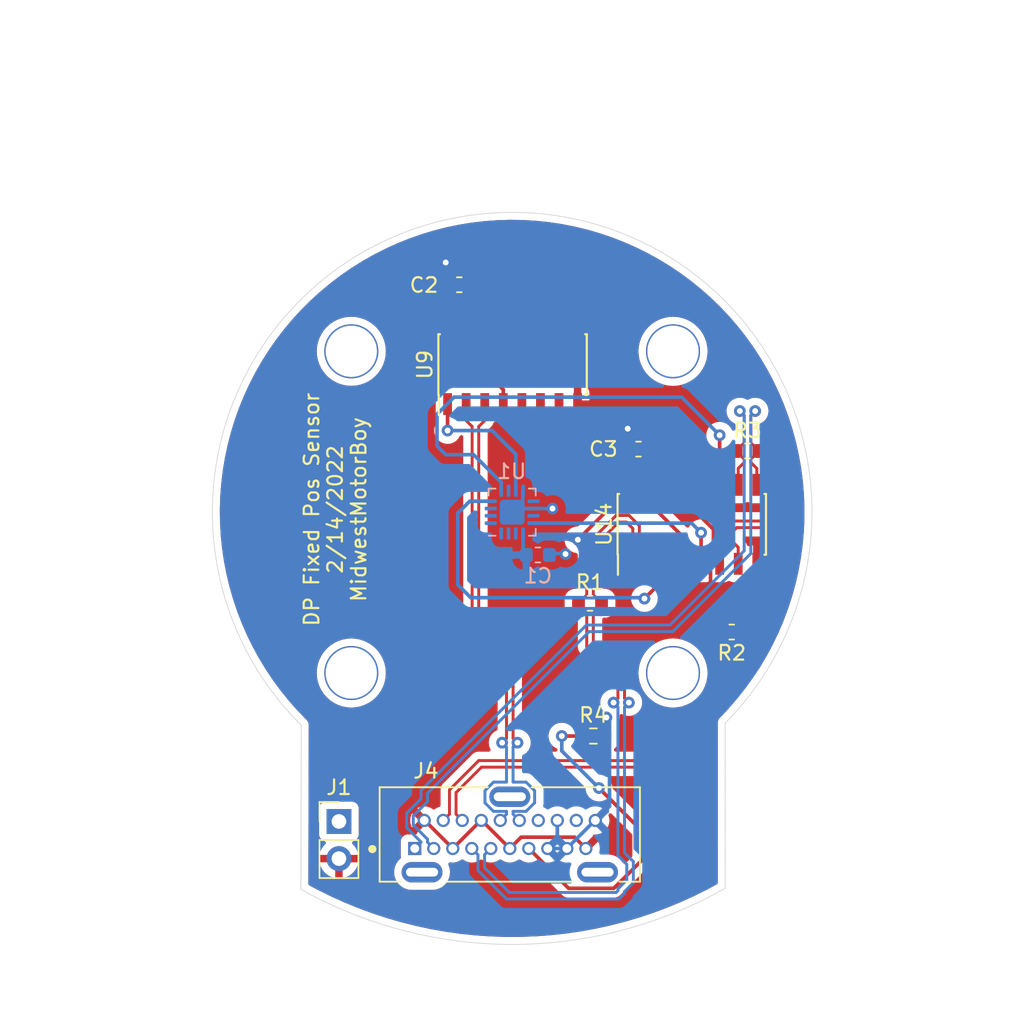
<source format=kicad_pcb>
(kicad_pcb (version 20211014) (generator pcbnew)
  (layers (0 "F.Cu" signal) (31 "B.Cu" signal) (34 "B.Paste" user) (35 "F.Paste" user) (36 "B.SilkS" user "B.Silkscreen") (37 "F.SilkS" user "F.Silkscreen") (38 "B.Mask" user) (39 "F.Mask" user) (44 "Edge.Cuts" user))
  (net 0 "")
  (net 1 "GND")
  (net 2 "+3V3")
  (net 3 "SPI6_SCK_-")
  (net 4 "SPI6_nSS_-")
  (net 5 "SPI6_nSS_+")
  (net 6 "SPI6_MOSI_-")
  (net 7 "SPI6_SCK_+")
  (net 8 "SPI6_MOSI_+")
  (net 9 "SPI6_MISO_-")
  (net 10 "SPI6_MISO_+")
  (net 11 "SPI6_MISO")
  (net 12 "SPI6_SCK")
  (net 13 "SPI6_nSS")
  (net 14 "SPI6_MOSI")
  (net 15 "TEMP_1")
  (footprint "Capacitor_SMD:C_0603_1608Metric" (layer "F.Cu") (at 160.8835 99.949)
    (fp_text reference "C2" (at -2.4125 0.025) (layer "F.SilkS"))
    (fp_text value "1uF")
    (fp_line (start -0.162779 -0.51) (end 0.162779 -0.51) (layer "F.SilkS") (width 0.12))
    (fp_line (start -0.162779 0.51) (end 0.162779 0.51) (layer "F.SilkS") (width 0.12))
    (pad "1" smd roundrect locked (at -0.7875 0) (size 0.875 0.95) (layers "F.Cu" "F.Paste" "F.Mask") (net 2 "+3V3"))
    (pad "2" smd roundrect locked (at 0.7875 0) (size 0.875 0.95) (layers "F.Cu" "F.Paste" "F.Mask") (net 1 "GND"))
  )
  (footprint "Capacitor_SMD:C_0603_1608Metric" (layer "F.Cu") (at 173.139 111.1885)
    (fp_text reference "C3" (at -2.4 0) (layer "F.SilkS"))
    (fp_text value "1uF")
    (fp_line (start -0.162779 0.51) (end 0.162779 0.51) (layer "F.SilkS") (width 0.12))
    (fp_line (start -0.162779 -0.51) (end 0.162779 -0.51) (layer "F.SilkS") (width 0.12))
    (pad "1" smd roundrect locked (at -0.7875 0) (size 0.875 0.95) (layers "F.Cu" "F.Paste" "F.Mask") (net 2 "+3V3"))
    (pad "2" smd roundrect locked (at 0.7875 0) (size 0.875 0.95) (layers "F.Cu" "F.Paste" "F.Mask") (net 1 "GND"))
  )
  (footprint "Resistor_SMD:R_0603_1608Metric" (layer "F.Cu") (at 169.8245 121.7295)
    (fp_text reference "R1" (at 0 -1.43) (layer "F.SilkS"))
    (fp_text value "100Ω")
    (fp_line (start -0.162779 0.51) (end 0.162779 0.51) (layer "F.SilkS") (width 0.12))
    (fp_line (start -0.162779 -0.51) (end 0.162779 -0.51) (layer "F.SilkS") (width 0.12))
    (pad "1" smd roundrect locked (at -0.7875 0) (size 0.875 0.95) (layers "F.Cu" "F.Paste" "F.Mask") (net 8 "SPI6_MOSI_+"))
    (pad "2" smd roundrect locked (at 0.7875 0) (size 0.875 0.95) (layers "F.Cu" "F.Paste" "F.Mask") (net 6 "SPI6_MOSI_-"))
  )
  (footprint "EVCONCEPT:TE_2041441-1" (layer "F.Cu") (at 164.338 137.541)
    (fp_text reference "J4" (at -5.73638 -4.34361) (layer "F.SilkS") (effects (font (size 1.001984 1.001984))))
    (fp_text value "47272-0001")
    (fp_line (start 4.3 3.23) (end -4.3 3.23) (layer "F.SilkS") (width 0.127))
    (fp_line (start 8.9 3.23) (end 7.5 3.23) (layer "F.SilkS") (width 0.127))
    (fp_line (start 8.9 -3.23) (end 8.9 3.23) (layer "F.SilkS") (width 0.127))
    (fp_line (start -8.9 -3.23) (end -1.5 -3.23) (layer "F.SilkS") (width 0.127))
    (fp_line (start -8.9 3.23) (end -7.5 3.23) (layer "F.SilkS") (width 0.127))
    (fp_line (start -8.9 3.23) (end -8.9 -3.23) (layer "F.SilkS") (width 0.127))
    (fp_line (start 8.9 -3.23) (end 1.5 -3.23) (layer "F.SilkS") (width 0.127))
    (fp_circle (center -9.4 1) (end -9.26 1) (layer "F.SilkS") (width 0.28) (fill none))
    (pad "1" thru_hole rect locked (at -6.5 0.96) (size 0.9 0.9) (drill 0.6) (layers *.Cu *.Mask) (net 4 "SPI6_nSS_-"))
    (pad "2" thru_hole circle locked (at -5.85 -0.96) (size 0.9 0.9) (drill 0.6) (layers *.Cu *.Mask) (net 1 "GND"))
    (pad "3" thru_hole circle locked (at -5.2 0.96) (size 0.9 0.9) (drill 0.6) (layers *.Cu *.Mask) (net 5 "SPI6_nSS_+"))
    (pad "4" thru_hole circle locked (at -4.55 -0.96) (size 0.9 0.9) (drill 0.6) (layers *.Cu *.Mask) (net 3 "SPI6_SCK_-"))
    (pad "5" thru_hole circle locked (at -3.9 0.96) (size 0.9 0.9) (drill 0.6) (layers *.Cu *.Mask) (net 1 "GND"))
    (pad "6" thru_hole circle locked (at -3.25 -0.96) (size 0.9 0.9) (drill 0.6) (layers *.Cu *.Mask) (net 7 "SPI6_SCK_+"))
    (pad "7" thru_hole circle locked (at -2.6 0.96) (size 0.9 0.9) (drill 0.6) (layers *.Cu *.Mask) (net 6 "SPI6_MOSI_-"))
    (pad "8" thru_hole circle locked (at -1.95 -0.96) (size 0.9 0.9) (drill 0.6) (layers *.Cu *.Mask) (net 1 "GND"))
    (pad "9" thru_hole circle locked (at -1.3 0.96) (size 0.9 0.9) (drill 0.6) (layers *.Cu *.Mask) (net 8 "SPI6_MOSI_+"))
    (pad "10" thru_hole circle locked (at -0.65 -0.96) (size 0.9 0.9) (drill 0.6) (layers *.Cu *.Mask) (net 9 "SPI6_MISO_-"))
    (pad "11" thru_hole circle locked (at 0 0.96) (size 0.9 0.9) (drill 0.6) (layers *.Cu *.Mask) (net 1 "GND"))
    (pad "12" thru_hole circle locked (at 0.65 -0.96) (size 0.9 0.9) (drill 0.6) (layers *.Cu *.Mask) (net 10 "SPI6_MISO_+"))
    (pad "13" thru_hole circle locked (at 1.3 0.96) (size 0.9 0.9) (drill 0.6) (layers *.Cu *.Mask) (net 15 "TEMP_1"))
    (pad "14" thru_hole circle locked (at 1.95 -0.96) (size 0.9 0.9) (drill 0.6) (layers *.Cu *.Mask))
    (pad "15" thru_hole circle locked (at 2.6 0.96) (size 0.9 0.9) (drill 0.6) (layers *.Cu *.Mask) (net 2 "+3V3"))
    (pad "16" thru_hole circle locked (at 3.25 -0.96) (size 0.9 0.9) (drill 0.6) (layers *.Cu *.Mask) (net 2 "+3V3"))
    (pad "17" thru_hole circle locked (at 3.9 0.96) (size 0.9 0.9) (drill 0.6) (layers *.Cu *.Mask) (net 2 "+3V3"))
    (pad "18" thru_hole circle locked (at 4.55 -0.96) (size 0.9 0.9) (drill 0.6) (layers *.Cu *.Mask))
    (pad "19" thru_hole circle locked (at 5.2 0.96) (size 0.9 0.9) (drill 0.6) (layers *.Cu *.Mask) (net 1 "GND"))
    (pad "20" thru_hole circle locked (at 5.85 -0.96) (size 0.9 0.9) (drill 0.6) (layers *.Cu *.Mask) (net 2 "+3V3"))
    (pad "SH1" thru_hole oval locked (at -6 2.58) (size 2.8 1.4) (drill oval 2.2 0.6) (layers *.Cu *.Mask))
    (pad "SH2" thru_hole oval locked (at 6 2.58) (size 2.8 1.4) (drill oval 2.2 0.6) (layers *.Cu *.Mask))
    (pad "SH3" thru_hole oval locked (at 0 -2.58) (size 2.8 1.4) (drill oval 2.2 0.6) (layers *.Cu *.Mask))
  )
  (footprint "Package_SO:SOIC-16_3.9x9.9mm_P1.27mm" (layer "F.Cu") (at 164.5285 105.41 90)
    (fp_text reference "U9" (at 0 -6 90) (layer "F.SilkS"))
    (fp_text value "SN65LVDS31D")
    (fp_line (start -2.075 5.075) (end 2.075 5.075) (layer "F.SilkS") (width 0.15))
    (fp_line (start 2.075 -5.075) (end 2.075 -4.97) (layer "F.SilkS") (width 0.15))
    (fp_line (start 2.075 5.075) (end 2.075 4.97) (layer "F.SilkS") (width 0.15))
    (fp_line (start -2.075 -5.075) (end -2.075 -5.05) (layer "F.SilkS") (width 0.15))
    (fp_line (start -2.075 -5.05) (end -3.45 -5.05) (layer "F.SilkS") (width 0.15))
    (fp_line (start -2.075 5.075) (end -2.075 4.97) (layer "F.SilkS") (width 0.15))
    (fp_line (start -2.075 -5.075) (end 2.075 -5.075) (layer "F.SilkS") (width 0.15))
    (pad "1" smd rect locked (at -2.7 -4.445 90) (size 1.5 0.6) (layers "F.Cu" "F.Paste" "F.Mask") (net 11 "SPI6_MISO"))
    (pad "2" smd rect locked (at -2.7 -3.175 90) (size 1.5 0.6) (layers "F.Cu" "F.Paste" "F.Mask") (net 9 "SPI6_MISO_-"))
    (pad "3" smd rect locked (at -2.7 -1.905 90) (size 1.5 0.6) (layers "F.Cu" "F.Paste" "F.Mask") (net 10 "SPI6_MISO_+"))
    (pad "4" smd rect locked (at -2.7 -0.635 90) (size 1.5 0.6) (layers "F.Cu" "F.Paste" "F.Mask") (net 2 "+3V3"))
    (pad "5" smd rect locked (at -2.7 0.635 90) (size 1.5 0.6) (layers "F.Cu" "F.Paste" "F.Mask"))
    (pad "6" smd rect locked (at -2.7 1.905 90) (size 1.5 0.6) (layers "F.Cu" "F.Paste" "F.Mask"))
    (pad "7" smd rect locked (at -2.7 3.175 90) (size 1.5 0.6) (layers "F.Cu" "F.Paste" "F.Mask"))
    (pad "8" smd rect locked (at -2.7 4.445 90) (size 1.5 0.6) (layers "F.Cu" "F.Paste" "F.Mask") (net 1 "GND"))
    (pad "9" smd rect locked (at 2.7 4.445 90) (size 1.5 0.6) (layers "F.Cu" "F.Paste" "F.Mask"))
    (pad "10" smd rect locked (at 2.7 3.175 90) (size 1.5 0.6) (layers "F.Cu" "F.Paste" "F.Mask"))
    (pad "11" smd rect locked (at 2.7 1.905 90) (size 1.5 0.6) (layers "F.Cu" "F.Paste" "F.Mask"))
    (pad "12" smd rect locked (at 2.7 0.635 90) (size 1.5 0.6) (layers "F.Cu" "F.Paste" "F.Mask") (net 1 "GND"))
    (pad "13" smd rect locked (at 2.7 -0.635 90) (size 1.5 0.6) (layers "F.Cu" "F.Paste" "F.Mask"))
    (pad "14" smd rect locked (at 2.7 -1.905 90) (size 1.5 0.6) (layers "F.Cu" "F.Paste" "F.Mask"))
    (pad "15" smd rect locked (at 2.7 -3.175 90) (size 1.5 0.6) (layers "F.Cu" "F.Paste" "F.Mask"))
    (pad "16" smd rect locked (at 2.7 -4.445 90) (size 1.5 0.6) (layers "F.Cu" "F.Paste" "F.Mask") (net 2 "+3V3"))
  )
  (footprint "Package_SO:SOIC-16_3.9x9.9mm_P1.27mm" (layer "F.Cu") (at 176.784 116.332 90)
    (fp_text reference "U14" (at 0 -6 90) (layer "F.SilkS"))
    (fp_text value "SN65LVDS33D")
    (fp_line (start -2.075 5.075) (end -2.075 4.97) (layer "F.SilkS") (width 0.15))
    (fp_line (start -2.075 -5.075) (end -2.075 -5.05) (layer "F.SilkS") (width 0.15))
    (fp_line (start 2.075 5.075) (end 2.075 4.97) (layer "F.SilkS") (width 0.15))
    (fp_line (start -2.075 -5.05) (end -3.45 -5.05) (layer "F.SilkS") (width 0.15))
    (fp_line (start -2.075 -5.075) (end 2.075 -5.075) (layer "F.SilkS") (width 0.15))
    (fp_line (start 2.075 -5.075) (end 2.075 -4.97) (layer "F.SilkS") (width 0.15))
    (fp_line (start -2.075 5.075) (end 2.075 5.075) (layer "F.SilkS") (width 0.15))
    (pad "1" smd rect locked (at -2.7 -4.445 90) (size 1.5 0.6) (layers "F.Cu" "F.Paste" "F.Mask") (net 6 "SPI6_MOSI_-"))
    (pad "2" smd rect locked (at -2.7 -3.175 90) (size 1.5 0.6) (layers "F.Cu" "F.Paste" "F.Mask") (net 8 "SPI6_MOSI_+"))
    (pad "3" smd rect locked (at -2.7 -1.905 90) (size 1.5 0.6) (layers "F.Cu" "F.Paste" "F.Mask") (net 14 "SPI6_MOSI"))
    (pad "4" smd rect locked (at -2.7 -0.635 90) (size 1.5 0.6) (layers "F.Cu" "F.Paste" "F.Mask") (net 2 "+3V3"))
    (pad "5" smd rect locked (at -2.7 0.635 90) (size 1.5 0.6) (layers "F.Cu" "F.Paste" "F.Mask") (net 12 "SPI6_SCK"))
    (pad "6" smd rect locked (at -2.7 1.905 90) (size 1.5 0.6) (layers "F.Cu" "F.Paste" "F.Mask") (net 7 "SPI6_SCK_+"))
    (pad "7" smd rect locked (at -2.7 3.175 90) (size 1.5 0.6) (layers "F.Cu" "F.Paste" "F.Mask") (net 3 "SPI6_SCK_-"))
    (pad "8" smd rect locked (at -2.7 4.445 90) (size 1.5 0.6) (layers "F.Cu" "F.Paste" "F.Mask") (net 1 "GND"))
    (pad "9" smd rect locked (at 2.7 4.445 90) (size 1.5 0.6) (layers "F.Cu" "F.Paste" "F.Mask") (net 5 "SPI6_nSS_+"))
    (pad "10" smd rect locked (at 2.7 3.175 90) (size 1.5 0.6) (layers "F.Cu" "F.Paste" "F.Mask") (net 4 "SPI6_nSS_-"))
    (pad "11" smd rect locked (at 2.7 1.905 90) (size 1.5 0.6) (layers "F.Cu" "F.Paste" "F.Mask") (net 13 "SPI6_nSS"))
    (pad "12" smd rect locked (at 2.7 0.635 90) (size 1.5 0.6) (layers "F.Cu" "F.Paste" "F.Mask") (net 1 "GND"))
    (pad "13" smd rect locked (at 2.7 -0.635 90) (size 1.5 0.6) (layers "F.Cu" "F.Paste" "F.Mask"))
    (pad "14" smd rect locked (at 2.7 -1.905 90) (size 1.5 0.6) (layers "F.Cu" "F.Paste" "F.Mask"))
    (pad "15" smd rect locked (at 2.7 -3.175 90) (size 1.5 0.6) (layers "F.Cu" "F.Paste" "F.Mask"))
    (pad "16" smd rect locked (at 2.7 -4.445 90) (size 1.5 0.6) (layers "F.Cu" "F.Paste" "F.Mask") (net 2 "+3V3"))
  )
  (footprint "Resistor_SMD:R_0603_1608Metric" (layer "F.Cu") (at 180.594 111.3155 180)
    (fp_text reference "R3" (at 0 1.397) (layer "F.SilkS"))
    (fp_text value "100Ω")
    (fp_line (start -0.162779 0.51) (end 0.162779 0.51) (layer "F.SilkS") (width 0.12))
    (fp_line (start -0.162779 -0.51) (end 0.162779 -0.51) (layer "F.SilkS") (width 0.12))
    (pad "1" smd roundrect locked (at -0.7875 0 180) (size 0.875 0.95) (layers "F.Cu" "F.Paste" "F.Mask") (net 5 "SPI6_nSS_+"))
    (pad "2" smd roundrect locked (at 0.7875 0 180) (size 0.875 0.95) (layers "F.Cu" "F.Paste" "F.Mask") (net 4 "SPI6_nSS_-"))
  )
  (footprint "Resistor_SMD:R_0603_1608Metric" (layer "F.Cu") (at 179.5145 123.698 180)
    (fp_text reference "R2" (at 0 -1.43) (layer "F.SilkS"))
    (fp_text value "100Ω")
    (fp_line (start -0.162779 0.51) (end 0.162779 0.51) (layer "F.SilkS") (width 0.12))
    (fp_line (start -0.162779 -0.51) (end 0.162779 -0.51) (layer "F.SilkS") (width 0.12))
    (pad "1" smd roundrect locked (at -0.7875 0 180) (size 0.875 0.95) (layers "F.Cu" "F.Paste" "F.Mask") (net 7 "SPI6_SCK_+"))
    (pad "2" smd roundrect locked (at 0.7875 0 180) (size 0.875 0.95) (layers "F.Cu" "F.Paste" "F.Mask") (net 3 "SPI6_SCK_-"))
  )
  (footprint "Connector_PinHeader_2.54mm:PinHeader_1x02_P2.54mm_Vertical" (layer "F.Cu") (at 152.654 136.652)
    (fp_text reference "J1" (at 0 -2.33) (layer "F.SilkS"))
    (fp_text value "Conn_01x02_Male")
    (fp_line (start -1.33 -1.33) (end 0 -1.33) (layer "F.SilkS") (width 0.12))
    (fp_line (start -1.33 3.87) (end 1.33 3.87) (layer "F.SilkS") (width 0.12))
    (fp_line (start -1.33 1.27) (end -1.33 3.87) (layer "F.SilkS") (width 0.12))
    (fp_line (start -1.33 0) (end -1.33 -1.33) (layer "F.SilkS") (width 0.12))
    (fp_line (start 1.33 1.27) (end 1.33 3.87) (layer "F.SilkS") (width 0.12))
    (fp_line (start -1.33 1.27) (end 1.33 1.27) (layer "F.SilkS") (width 0.12))
    (pad "1" thru_hole rect locked (at 0 0) (size 1.7 1.7) (drill 1) (layers *.Cu *.Mask) (net 15 "TEMP_1"))
    (pad "2" thru_hole oval locked (at 0 2.54) (size 1.7 1.7) (drill 1) (layers *.Cu *.Mask) (net 1 "GND"))
  )
  (footprint "Resistor_SMD:R_0603_1608Metric" (layer "F.Cu") (at 170.053 130.81)
    (fp_text reference "R4" (at 0 -1.43) (layer "F.SilkS"))
    (fp_text value "0Ω")
    (fp_line (start -0.237258 -0.5225) (end 0.237258 -0.5225) (layer "F.SilkS") (width 0.12))
    (fp_line (start -0.237258 0.5225) (end 0.237258 0.5225) (layer "F.SilkS") (width 0.12))
    (pad "1" smd roundrect locked (at -0.825 0) (size 0.8 0.95) (layers "F.Cu" "F.Paste" "F.Mask") (net 15 "TEMP_1"))
    (pad "2" smd roundrect locked (at 0.825 0) (size 0.8 0.95) (layers "F.Cu" "F.Paste" "F.Mask") (net 2 "+3V3"))
  )
  (footprint "Capacitor_SMD:C_0603_1608Metric" (layer "B.Cu") (at 166.25834 118.4275)
    (fp_text reference "C1" (at 0 1.43) (layer "B.SilkS") (effects (justify mirror)))
    (fp_text value "1uF")
    (fp_line (start -0.162779 0.51) (end 0.162779 0.51) (layer "B.SilkS") (width 0.12))
    (fp_line (start -0.162779 -0.51) (end 0.162779 -0.51) (layer "B.SilkS") (width 0.12))
    (pad "1" smd roundrect locked (at -0.7875 0) (size 0.875 0.95) (layers "B.Cu" "B.Paste" "B.Mask") (net 2 "+3V3"))
    (pad "2" smd roundrect locked (at 0.7875 0) (size 0.875 0.95) (layers "B.Cu" "B.Paste" "B.Mask") (net 1 "GND"))
  )
  (footprint "Package_DFN_QFN:QFN-16-1EP_3x3mm_P0.5mm_EP1.7x1.7mm" (layer "B.Cu") (at 164.5 115.5)
    (fp_text reference "U1" (at -0.035 -2.7875) (layer "B.SilkS") (effects (justify mirror)))
    (fp_text value "MA730")
    (fp_line (start -1.135 -1.61) (end -1.61 -1.61) (layer "B.SilkS") (width 0.12))
    (fp_line (start 1.61 -1.61) (end 1.61 -1.135) (layer "B.SilkS") (width 0.12))
    (fp_line (start -1.135 1.61) (end -1.61 1.61) (layer "B.SilkS") (width 0.12))
    (fp_line (start -1.61 -1.61) (end -1.61 -1.135) (layer "B.SilkS") (width 0.12))
    (fp_line (start 1.61 1.61) (end 1.61 1.135) (layer "B.SilkS") (width 0.12))
    (fp_line (start 1.135 1.61) (end 1.61 1.61) (layer "B.SilkS") (width 0.12))
    (fp_line (start 1.135 -1.61) (end 1.61 -1.61) (layer "B.SilkS") (width 0.12))
    (pad "1" smd roundrect locked (at -1.4625 0.75) (size 0.825 0.25) (layers "B.Cu" "B.Paste" "B.Mask"))
    (pad "2" smd roundrect locked (at -1.4625 0.25) (size 0.825 0.25) (layers "B.Cu" "B.Paste" "B.Mask"))
    (pad "3" smd roundrect locked (at -1.4625 -0.25) (size 0.825 0.25) (layers "B.Cu" "B.Paste" "B.Mask"))
    (pad "4" smd roundrect locked (at -1.4625 -0.75) (size 0.825 0.25) (layers "B.Cu" "B.Paste" "B.Mask") (net 14 "SPI6_MOSI"))
    (pad "5" smd roundrect locked (at -0.75 -1.4625) (size 0.25 0.825) (layers "B.Cu" "B.Paste" "B.Mask") (net 13 "SPI6_nSS"))
    (pad "6" smd roundrect locked (at -0.25 -1.4625) (size 0.25 0.825) (layers "B.Cu" "B.Paste" "B.Mask"))
    (pad "7" smd roundrect locked (at 0.25 -1.4625) (size 0.25 0.825) (layers "B.Cu" "B.Paste" "B.Mask") (net 11 "SPI6_MISO"))
    (pad "8" smd roundrect locked (at 0.75 -1.4625) (size 0.25 0.825) (layers "B.Cu" "B.Paste" "B.Mask") (net 1 "GND"))
    (pad "9" smd roundrect locked (at 1.4625 -0.75) (size 0.825 0.25) (layers "B.Cu" "B.Paste" "B.Mask"))
    (pad "10" smd roundrect locked (at 1.4625 -0.25) (size 0.825 0.25) (layers "B.Cu" "B.Paste" "B.Mask") (net 1 "GND"))
    (pad "11" smd roundrect locked (at 1.4625 0.25) (size 0.825 0.25) (layers "B.Cu" "B.Paste" "B.Mask"))
    (pad "12" smd roundrect locked (at 1.4625 0.75) (size 0.825 0.25) (layers "B.Cu" "B.Paste" "B.Mask") (net 12 "SPI6_SCK"))
    (pad "13" smd roundrect locked (at 0.75 1.4625) (size 0.25 0.825) (layers "B.Cu" "B.Paste" "B.Mask") (net 2 "+3V3"))
    (pad "14" smd roundrect locked (at 0.25 1.4625) (size 0.25 0.825) (layers "B.Cu" "B.Paste" "B.Mask"))
    (pad "15" smd roundrect locked (at -0.25 1.4625) (size 0.25 0.825) (layers "B.Cu" "B.Paste" "B.Mask"))
    (pad "16" smd roundrect locked (at -0.75 1.4625) (size 0.25 0.825) (layers "B.Cu" "B.Paste" "B.Mask"))
    (pad "17" smd roundrect locked (at 0 0) (size 1.7 1.7) (layers "B.Cu" "B.Mask") (roundrect_rratio 0.147059) (net 1 "GND"))
  )
  (gr_line (start 150.050501 141.287499) (end 150.079001 130.069999) (layer "Edge.Cuts") (width 0.05))
  (gr_line (start 179.068117 141.220674) (end 179.069999 129.920999) (layer "Edge.Cuts") (width 0.05))
  (gr_arc (start 179.068117 141.220674) (mid 164.568073 145.059744) (end 150.050501 141.287499) (layer "Edge.Cuts") (width 0.05))
  (gr_arc (start 150.079001 130.069999) (mid 164.394641 95.000269) (end 179.069999 129.920999) (layer "Edge.Cuts") (width 0.05))
  (gr_text "DP Fixed Pos Sensor\n2/14/2022\nMidwestMotorBoy" (at 152.4 115.316 90) (layer "F.SilkS") (effects (font (size 1 1))))
  (via (at 175.5 104.5) (size 3.7) (drill 3.5) (layers "F.Cu" "B.Cu") (net 0))
  (via (at 153.5 126.5) (size 3.7) (drill 3.5) (layers "F.Cu" "B.Cu") (net 0))
  (via (at 153.5 104.5) (size 3.7) (drill 3.5) (layers "F.Cu" "B.Cu") (net 0))
  (via (at 175.5 126.5) (size 3.7) (drill 3.5) (layers "F.Cu" "B.Cu") (net 0))
  (segment (start 165.113001 137.725999) (end 168.762999 137.725999) (width 0.25) (layer "F.Cu") (net 1))
  (segment (start 177.419 115.830498) (end 178.263992 116.67549) (width 0.25) (layer "F.Cu") (net 1))
  (segment (start 165.1635 101.092) (end 165.1635 102.71) (width 0.25) (layer "F.Cu") (net 1))
  (segment (start 168.9735 106.6165) (end 167.64 105.283) (width 0.25) (layer "F.Cu") (net 1))
  (segment (start 158.518 136.581) (end 158.488 136.581) (width 0.25) (layer "F.Cu") (net 1))
  (segment (start 161.671 99.949) (end 164.0205 99.949) (width 0.25) (layer "F.Cu") (net 1))
  (segment (start 164.0205 99.949) (end 165.1635 101.092) (width 0.25) (layer "F.Cu") (net 1))
  (segment (start 177.419 113.632) (end 177.419 115.830498) (width 0.25) (layer "F.Cu") (net 1))
  (segment (start 168.762999 137.725999) (end 169.538 138.501) (width 0.25) (layer "F.Cu") (net 1))
  (segment (start 178.263992 116.67549) (end 178.263992 117.822006) (width 0.25) (layer "F.Cu") (net 1))
  (segment (start 164.338 138.501) (end 162.418 136.581) (width 0.25) (layer "F.Cu") (net 1))
  (segment (start 181.229 119.8245) (end 180.594 120.4595) (width 0.25) (layer "F.Cu") (net 1))
  (segment (start 178.263992 117.822006) (end 178.063999 118.021999) (width 0.25) (layer "F.Cu") (net 1))
  (segment (start 165.1635 104.648) (end 165.1635 102.71) (width 0.25) (layer "F.Cu") (net 1))
  (segment (start 160.438 138.501) (end 162.358 136.581) (width 0.25) (layer "F.Cu") (net 1))
  (segment (start 168.9735 108.11) (end 168.9735 106.6165) (width 0.25) (layer "F.Cu") (net 1))
  (segment (start 160.438 138.501) (end 158.518 136.581) (width 0.25) (layer "F.Cu") (net 1))
  (segment (start 181.229 119.032) (end 181.229 119.8245) (width 0.25) (layer "F.Cu") (net 1))
  (segment (start 162.358 136.581) (end 162.388 136.581) (width 0.25) (layer "F.Cu") (net 1))
  (segment (start 164.338 138.501) (end 165.113001 137.725999) (width 0.25) (layer "F.Cu") (net 1))
  (segment (start 178.063999 118.021999) (end 178.063999 121.040999) (width 0.25) (layer "F.Cu") (net 1))
  (segment (start 165.7985 105.283) (end 165.1635 104.648) (width 0.25) (layer "F.Cu") (net 1))
  (segment (start 162.418 136.581) (end 162.388 136.581) (width 0.25) (layer "F.Cu") (net 1))
  (segment (start 167.64 105.283) (end 165.7985 105.283) (width 0.25) (layer "F.Cu") (net 1))
  (via (at 168.148 118.364) (size 0.8) (drill 0.4) (layers "F.Cu" "B.Cu") (net 1))
  (via (at 167.259 115.2525) (size 0.8) (drill 0.4) (layers "F.Cu" "B.Cu") (net 1))
  (segment (start 165.25 114.0375) (end 165.22499 114.06251) (width 0.25) (layer "B.Cu") (net 1))
  (segment (start 165.22499 114.77501) (end 164.5 115.5) (width 0.25) (layer "B.Cu") (net 1))
  (segment (start 167.2565 115.25) (end 167.259 115.2525) (width 0.25) (layer "B.Cu") (net 1))
  (segment (start 165.22499 114.06251) (end 165.22499 114.77501) (width 0.25) (layer "B.Cu") (net 1))
  (segment (start 167.04584 118.32844) (end 168.11244 118.32844) (width 0.25) (layer "B.Cu") (net 1))
  (segment (start 164.75 115.25) (end 164.5 115.5) (width 0.25) (layer "B.Cu") (net 1))
  (segment (start 168.11244 118.32844) (end 168.148 118.364) (width 0.25) (layer "B.Cu") (net 1))
  (segment (start 165.9625 115.25) (end 164.75 115.25) (width 0.25) (layer "B.Cu") (net 1))
  (segment (start 165.9625 115.25) (end 167.2565 115.25) (width 0.25) (layer "B.Cu") (net 1))
  (segment (start 163.8935 108.11) (end 163.8935 107.1245) (width 0.25) (layer "F.Cu") (net 2))
  (segment (start 176.149 119.032) (end 176.149 117.1575) (width 0.25) (layer "F.Cu") (net 2))
  (segment (start 172.3515 109.8425) (end 172.4025 109.7915) (width 0.25) (layer "F.Cu") (net 2))
  (segment (start 171.381727 114.9985) (end 168.993767 117.38646) (width 0.25) (layer "F.Cu") (net 2))
  (segment (start 172.3515 111.1885) (end 172.3515 109.8425) (width 0.25) (layer "F.Cu") (net 2))
  (segment (start 172.6565 115.1255) (end 172.5295 114.9985) (width 0.25) (layer "F.Cu") (net 2))
  (segment (start 170.942 130.746) (end 170.878 130.81) (width 0.25) (layer "F.Cu") (net 2))
  (segment (start 161.544 105.3465) (end 160.0835 103.886) (width 0.25) (layer "F.Cu") (net 2))
  (segment (start 160.0835 99.9615) (end 160.096 99.949) (width 0.25) (layer "F.Cu") (net 2))
  (segment (start 172.339 113.632) (end 172.339 111.201) (width 0.25) (layer "F.Cu") (net 2))
  (segment (start 172.339 114.808) (end 172.339 113.632) (width 0.25) (layer "F.Cu") (net 2))
  (segment (start 163.8935 107.1245) (end 162.1155 105.3465) (width 0.25) (layer "F.Cu") (net 2))
  (segment (start 160.096 99.949) (end 160.096 98.5645) (width 0.25) (layer "F.Cu") (net 2))
  (segment (start 160.0835 102.71) (end 160.0835 99.9615) (width 0.25) (layer "F.Cu") (net 2))
  (segment (start 162.1155 105.3465) (end 161.544 105.3465) (width 0.25) (layer "F.Cu") (net 2))
  (segment (start 172.339 111.201) (end 172.3515 111.1885) (width 0.25) (layer "F.Cu") (net 2))
  (segment (start 172.5295 114.9985) (end 172.339 114.808) (width 0.25) (layer "F.Cu") (net 2))
  (segment (start 172.5295 114.9985) (end 171.381727 114.9985) (width 0.25) (layer "F.Cu") (net 2))
  (segment (start 160.096 98.5645) (end 159.9565 98.425) (width 0.25) (layer "F.Cu") (net 2))
  (segment (start 176.149 117.1575) (end 174.117 115.1255) (width 0.25) (layer "F.Cu") (net 2))
  (segment (start 174.117 115.1255) (end 172.6565 115.1255) (width 0.25) (layer "F.Cu") (net 2))
  (segment (start 170.942 129.54) (end 170.942 130.746) (width 0.25) (layer "F.Cu") (net 2))
  (segment (start 160.0835 103.886) (end 160.0835 102.71) (width 0.25) (layer "F.Cu") (net 2))
  (via (at 168.993767 117.38646) (size 0.8) (drill 0.4) (layers "F.Cu" "B.Cu") (net 2))
  (via (at 170.942 129.54) (size 0.8) (drill 0.4) (layers "F.Cu" "B.Cu") (net 2))
  (via (at 159.9565 98.425) (size 0.8) (drill 0.4) (layers "F.Cu" "B.Cu") (net 2))
  (via (at 172.4025 109.7915) (size 0.8) (drill 0.4) (layers "F.Cu" "B.Cu") (net 2))
  (segment (start 171.158511 129.756511) (end 170.942 129.54) (width 0.25) (layer "B.Cu") (net 2))
  (segment (start 170.158 136.581) (end 170.188 136.581) (width 0.25) (layer "B.Cu") (net 2))
  (segment (start 167.588 137.851) (end 168.238 138.501) (width 0.25) (layer "B.Cu") (net 2))
  (segment (start 166.938 138.501) (end 168.238 138.501) (width 0.25) (layer "B.Cu") (net 2))
  (segment (start 170.188 136.581) (end 171.158511 135.610489) (width 0.25) (layer "B.Cu") (net 2))
  (segment (start 165.25 118.1076) (end 165.47084 118.32844) (width 0.25) (layer "B.Cu") (net 2))
  (segment (start 165.25 116.9625) (end 165.25 118.1076) (width 0.25) (layer "B.Cu") (net 2))
  (segment (start 168.238 138.501) (end 170.158 136.581) (width 0.25) (layer "B.Cu") (net 2))
  (segment (start 171.158511 135.610489) (end 171.158511 129.756511) (width 0.25) (layer "B.Cu") (net 2))
  (segment (start 167.588 136.581) (end 167.588 137.851) (width 0.25) (layer "B.Cu") (net 2))
  (segment (start 179.549 117.496999) (end 179.549 116.8697) (width 0.2) (layer "F.Cu") (net 3))
  (segment (start 179.549 116.8697) (end 179.8617 116.557) (width 0.2) (layer "F.Cu") (net 3))
  (segment (start 179.8617 116.557) (end 182.1518 116.557) (width 0.2) (layer "F.Cu") (net 3))
  (segment (start 180.5008 121.314) (end 181.0723 121.314) (width 0.2) (layer "F.Cu") (net 3))
  (segment (start 179.851999 126.534801) (end 179.851999 124.822999) (width 0.2) (layer "F.Cu") (net 3))
  (segment (start 162.2128 132.49) (end 173.8968 132.49) (width 0.2) (layer "F.Cu") (net 3))
  (segment (start 179.2895 122.5253) (end 180.5008 121.314) (width 0.2) (layer "F.Cu") (net 3))
  (segment (start 181.0723 121.314) (end 182.655 119.7313) (width 0.2) (layer "F.Cu") (net 3))
  (segment (start 179.959 117.906999) (end 179.549 117.496999) (width 0.2) (layer "F.Cu") (net 3))
  (segment (start 173.8968 132.49) (end 179.851999 126.534801) (width 0.2) (layer "F.Cu") (net 3))
  (segment (start 178.727 123.698) (end 179.2895 123.1355) (width 0.2) (layer "F.Cu") (net 3))
  (segment (start 160.212999 136.156001) (end 160.212999 134.489801) (width 0.2) (layer "F.Cu") (net 3))
  (segment (start 179.2895 123.1355) (end 179.2895 122.5253) (width 0.2) (layer "F.Cu") (net 3))
  (segment (start 182.655 117.0602) (end 182.655 119.7313) (width 0.2) (layer "F.Cu") (net 3))
  (segment (start 182.1518 116.557) (end 182.655 117.0602) (width 0.2) (layer "F.Cu") (net 3))
  (segment (start 179.851999 124.822999) (end 178.727 123.698) (width 0.2) (layer "F.Cu") (net 3))
  (segment (start 160.212999 134.489801) (end 162.2128 132.49) (width 0.2) (layer "F.Cu") (net 3))
  (segment (start 159.788 136.581) (end 160.212999 136.156001) (width 0.2) (layer "F.Cu") (net 3))
  (segment (start 179.959 119.032) (end 179.959 117.906999) (width 0.2) (layer "F.Cu") (net 3))
  (segment (start 180.369 112.096999) (end 179.959 112.506999) (width 0.2) (layer "F.Cu") (net 4))
  (segment (start 180.368999 108.884999) (end 180.368999 110.753001) (width 0.2) (layer "F.Cu") (net 4))
  (segment (start 180.069 108.585) (end 180.368999 108.884999) (width 0.2) (layer "F.Cu") (net 4))
  (segment (start 179.8065 111.3155) (end 180.369 111.878) (width 0.2) (layer "F.Cu") (net 4))
  (segment (start 180.369 111.878) (end 180.369 112.096999) (width 0.2) (layer "F.Cu") (net 4))
  (segment (start 179.959 112.506999) (end 179.959 113.632) (width 0.2) (layer "F.Cu") (net 4))
  (segment (start 180.368999 110.753001) (end 179.8065 111.3155) (width 0.2) (layer "F.Cu") (net 4))
  (via (at 180.069 108.585) (size 0.8) (drill 0.4) (layers "F.Cu" "B.Cu") (net 4))
  (segment (start 157.838 138.501) (end 158.262999 138.076001) (width 0.2) (layer "B.Cu") (net 4))
  (segment (start 180.368999 108.884999) (end 180.069 108.585) (width 0.2) (layer "B.Cu") (net 4))
  (segment (start 157.288498 136.084148) (end 158.262999 135.109647) (width 0.2) (layer "B.Cu") (net 4))
  (segment (start 158.262999 138.052352) (end 157.288498 137.077851) (width 0.2) (layer "B.Cu") (net 4))
  (segment (start 169.5788 123.219) (end 175.2938 123.219) (width 0.2) (layer "B.Cu") (net 4))
  (segment (start 157.288498 137.077851) (end 157.288498 136.084148) (width 0.2) (layer "B.Cu") (net 4))
  (segment (start 175.2938 123.219) (end 180.369 118.1438) (width 0.2) (layer "B.Cu") (net 4))
  (segment (start 180.369 118.1438) (end 180.368999 108.884999) (width 0.2) (layer "B.Cu") (net 4))
  (segment (start 158.262999 134.534801) (end 169.5788 123.219) (width 0.2) (layer "B.Cu") (net 4))
  (segment (start 158.262999 135.109647) (end 158.262999 134.534801) (width 0.2) (layer "B.Cu") (net 4))
  (segment (start 158.262999 138.076001) (end 158.262999 138.052352) (width 0.2) (layer "B.Cu") (net 4))
  (segment (start 180.819001 110.753001) (end 181.3815 111.3155) (width 0.2) (layer "F.Cu") (net 5))
  (segment (start 180.819 112.096999) (end 181.229 112.506999) (width 0.2) (layer "F.Cu") (net 5))
  (segment (start 180.819001 108.884999) (end 180.819001 110.753001) (width 0.2) (layer "F.Cu") (net 5))
  (segment (start 181.119 108.585) (end 180.819001 108.884999) (width 0.2) (layer "F.Cu") (net 5))
  (segment (start 181.3815 111.3155) (end 180.819 111.878) (width 0.2) (layer "F.Cu") (net 5))
  (segment (start 180.819 111.878) (end 180.819 112.096999) (width 0.2) (layer "F.Cu") (net 5))
  (segment (start 181.229 112.506999) (end 181.229 113.632) (width 0.2) (layer "F.Cu") (net 5))
  (via (at 181.119 108.585) (size 0.8) (drill 0.4) (layers "F.Cu" "B.Cu") (net 5))
  (segment (start 158.713001 135.296029) (end 158.713001 134.721199) (width 0.2) (layer "B.Cu") (net 5))
  (segment (start 157.738489 136.891459) (end 157.738489 136.270541) (width 0.2) (layer "B.Cu") (net 5))
  (segment (start 158.713001 138.076001) (end 158.713001 137.865971) (width 0.2) (layer "B.Cu") (net 5))
  (segment (start 159.138 138.501) (end 158.713001 138.076001) (width 0.2) (layer "B.Cu") (net 5))
  (segment (start 158.713001 137.865971) (end 157.738489 136.891459) (width 0.2) (layer "B.Cu") (net 5))
  (segment (start 157.738489 136.270541) (end 158.713001 135.296029) (width 0.2) (layer "B.Cu") (net 5))
  (segment (start 175.4802 123.669) (end 180.819 118.3302) (width 0.2) (layer "B.Cu") (net 5))
  (segment (start 158.713001 134.721199) (end 169.7652 123.669) (width 0.2) (layer "B.Cu") (net 5))
  (segment (start 169.7652 123.669) (end 175.4802 123.669) (width 0.2) (layer "B.Cu") (net 5))
  (segment (start 180.819001 108.884999) (end 181.119 108.585) (width 0.2) (layer "B.Cu") (net 5))
  (segment (start 180.819 118.3302) (end 180.819001 108.884999) (width 0.2) (layer "B.Cu") (net 5))
  (segment (start 171.7972 116.176) (end 170.0495 117.9237) (width 0.2) (layer "F.Cu") (net 6))
  (segment (start 172.749 116.6157) (end 172.3093 116.176) (width 0.2) (layer "F.Cu") (net 6))
  (segment (start 172.183001 126.652801) (end 170.049501 124.519301) (width 0.2) (layer "F.Cu") (net 6))
  (segment (start 172.749 117.496999) (end 172.749 116.6157) (width 0.2) (layer "F.Cu") (net 6))
  (segment (start 172.3093 116.176) (end 171.7972 116.176) (width 0.2) (layer "F.Cu") (net 6))
  (segment (start 172.339 119.032) (end 172.339 117.906999) (width 0.2) (layer "F.Cu") (net 6))
  (segment (start 170.049501 122.291999) (end 170.612 121.7295) (width 0.2) (layer "F.Cu") (net 6))
  (segment (start 172.339 117.906999) (end 172.749 117.496999) (width 0.2) (layer "F.Cu") (net 6))
  (segment (start 170.0495 117.9237) (end 170.0495 121.167) (width 0.2) (layer "F.Cu") (net 6))
  (segment (start 172.483 128.524) (end 172.183001 128.224001) (width 0.2) (layer "F.Cu") (net 6))
  (segment (start 170.049501 124.519301) (end 170.049501 122.291999) (width 0.2) (layer "F.Cu") (net 6))
  (segment (start 172.183001 128.224001) (end 172.183001 126.652801) (width 0.2) (layer "F.Cu") (net 6))
  (segment (start 170.0495 121.167) (end 170.612 121.7295) (width 0.2) (layer "F.Cu") (net 6))
  (via (at 172.483 128.524) (size 0.8) (drill 0.4) (layers "F.Cu" "B.Cu") (net 6))
  (segment (start 162.162999 138.925999) (end 162.162999 140.002199) (width 0.2) (layer "B.Cu") (net 6))
  (segment (start 172.183001 138.791819) (end 172.183001 128.823999) (width 0.2) (layer "B.Cu") (net 6))
  (segment (start 172.787511 140.84567) (end 172.787511 139.396329) (width 0.2) (layer "B.Cu") (net 6))
  (segment (start 172.183001 141.450181) (end 172.787511 140.84567) (width 0.2) (layer "B.Cu") (net 6))
  (segment (start 161.738 138.501) (end 162.162999 138.925999) (width 0.2) (layer "B.Cu") (net 6))
  (segment (start 172.183001 128.823999) (end 172.483 128.524) (width 0.2) (layer "B.Cu") (net 6))
  (segment (start 162.162999 140.002199) (end 164.1178 141.957) (width 0.2) (layer "B.Cu") (net 6))
  (segment (start 172.183001 141.571199) (end 172.183001 141.450181) (width 0.2) (layer "B.Cu") (net 6))
  (segment (start 171.7972 141.957) (end 172.183001 141.571199) (width 0.2) (layer "B.Cu") (net 6))
  (segment (start 172.787511 139.396329) (end 172.183001 138.791819) (width 0.2) (layer "B.Cu") (net 6))
  (segment (start 164.1178 141.957) (end 171.7972 141.957) (width 0.2) (layer "B.Cu") (net 6))
  (segment (start 179.6753 116.107) (end 182.3382 116.107) (width 0.2) (layer "F.Cu") (net 7))
  (segment (start 179.099 117.496999) (end 179.099 116.6833) (width 0.2) (layer "F.Cu") (net 7))
  (segment (start 182.3382 116.107) (end 183.105 116.8738) (width 0.2) (layer "F.Cu") (net 7))
  (segment (start 160.663001 134.676199) (end 162.3992 132.94) (width 0.2) (layer "F.Cu") (net 7))
  (segment (start 178.689 119.032) (end 178.689 117.906999) (width 0.2) (layer "F.Cu") (net 7))
  (segment (start 162.3992 132.94) (end 174.0832 132.94) (width 0.2) (layer "F.Cu") (net 7))
  (segment (start 180.302 126.7212) (end 180.302 123.698) (width 0.2) (layer "F.Cu") (net 7))
  (segment (start 174.0832 132.94) (end 180.302 126.7212) (width 0.2) (layer "F.Cu") (net 7))
  (segment (start 179.099 116.6833) (end 179.6753 116.107) (width 0.2) (layer "F.Cu") (net 7))
  (segment (start 180.6872 121.764) (end 181.2587 121.764) (width 0.2) (layer "F.Cu") (net 7))
  (segment (start 179.7395 122.7117) (end 180.6872 121.764) (width 0.2) (layer "F.Cu") (net 7))
  (segment (start 180.302 123.698) (end 179.7395 123.1355) (width 0.2) (layer "F.Cu") (net 7))
  (segment (start 183.105 116.8738) (end 183.105 119.9177) (width 0.2) (layer "F.Cu") (net 7))
  (segment (start 179.7395 123.1355) (end 179.7395 122.7117) (width 0.2) (layer "F.Cu") (net 7))
  (segment (start 160.663001 136.156001) (end 160.663001 134.676199) (width 0.2) (layer "F.Cu") (net 7))
  (segment (start 161.088 136.581) (end 160.663001 136.156001) (width 0.2) (layer "F.Cu") (net 7))
  (segment (start 181.2587 121.764) (end 183.105 119.9177) (width 0.2) (layer "F.Cu") (net 7))
  (segment (start 178.689 117.906999) (end 179.099 117.496999) (width 0.2) (layer "F.Cu") (net 7))
  (segment (start 169.5995 117.7373) (end 169.5995 121.167) (width 0.2) (layer "F.Cu") (net 8))
  (segment (start 173.609 119.032) (end 173.609 117.906999) (width 0.2) (layer "F.Cu") (net 8))
  (segment (start 173.199 116.4293) (end 172.4957 115.726) (width 0.2) (layer "F.Cu") (net 8))
  (segment (start 171.433 128.524) (end 171.732999 128.224001) (width 0.2) (layer "F.Cu") (net 8))
  (segment (start 173.199 117.496999) (end 173.199 116.4293) (width 0.2) (layer "F.Cu") (net 8))
  (segment (start 171.732999 126.839199) (end 169.599499 124.705699) (width 0.2) (layer "F.Cu") (net 8))
  (segment (start 171.732999 128.224001) (end 171.732999 126.839199) (width 0.2) (layer "F.Cu") (net 8))
  (segment (start 173.609 117.906999) (end 173.199 117.496999) (width 0.2) (layer "F.Cu") (net 8))
  (segment (start 172.4957 115.726) (end 171.6108 115.726) (width 0.2) (layer "F.Cu") (net 8))
  (segment (start 169.599499 124.705699) (end 169.599499 122.291999) (width 0.2) (layer "F.Cu") (net 8))
  (segment (start 169.5995 121.167) (end 169.037 121.7295) (width 0.2) (layer "F.Cu") (net 8))
  (segment (start 169.599499 122.291999) (end 169.037 121.7295) (width 0.2) (layer "F.Cu") (net 8))
  (segment (start 171.6108 115.726) (end 169.5995 117.7373) (width 0.2) (layer "F.Cu") (net 8))
  (via (at 171.433 128.524) (size 0.8) (drill 0.4) (layers "F.Cu" "B.Cu") (net 8))
  (segment (start 171.6108 141.507) (end 171.732999 141.384801) (width 0.2) (layer "B.Cu") (net 8))
  (segment (start 172.33752 139.582722) (end 171.732999 138.978201) (width 0.2) (layer "B.Cu") (net 8))
  (segment (start 171.732999 128.823999) (end 171.433 128.524) (width 0.2) (layer "B.Cu") (net 8))
  (segment (start 162.613001 139.815801) (end 164.3042 141.507) (width 0.2) (layer "B.Cu") (net 8))
  (segment (start 172.33752 140.659278) (end 172.33752 139.582722) (width 0.2) (layer "B.Cu") (net 8))
  (segment (start 171.732999 141.384801) (end 171.732999 141.263799) (width 0.2) (layer "B.Cu") (net 8))
  (segment (start 171.732999 141.263799) (end 172.33752 140.659278) (width 0.2) (layer "B.Cu") (net 8))
  (segment (start 171.732999 138.978201) (end 171.732999 128.823999) (width 0.2) (layer "B.Cu") (net 8))
  (segment (start 164.3042 141.507) (end 171.6108 141.507) (width 0.2) (layer "B.Cu") (net 8))
  (segment (start 163.038 138.501) (end 162.613001 138.925999) (width 0.2) (layer "B.Cu") (net 8))
  (segment (start 162.613001 138.925999) (end 162.613001 139.815801) (width 0.2) (layer "B.Cu") (net 8))
  (segment (start 161.3535 108.11) (end 161.3535 109.235001) (width 0.2) (layer "F.Cu") (net 9))
  (segment (start 164.112999 130.965501) (end 164.112999 125.188199) (width 0.2) (layer "F.Cu") (net 9))
  (segment (start 163.813 131.2655) (end 164.112999 130.965501) (width 0.2) (layer "F.Cu") (net 9))
  (segment (start 161.7635 122.8387) (end 161.7635 109.645001) (width 0.2) (layer "F.Cu") (net 9))
  (segment (start 164.112999 125.188199) (end 161.7635 122.8387) (width 0.2) (layer "F.Cu") (net 9))
  (segment (start 161.3535 109.235001) (end 161.7635 109.645001) (width 0.2) (layer "F.Cu") (net 9))
  (via (at 163.813 131.2655) (size 0.8) (drill 0.4) (layers "F.Cu" "B.Cu") (net 9))
  (segment (start 163.223986 133.96148) (end 164.112999 133.96148) (width 0.2) (layer "B.Cu") (net 9))
  (segment (start 164.112999 136.156001) (end 164.112999 135.96052) (width 0.2) (layer "B.Cu") (net 9))
  (segment (start 164.112999 131.565499) (end 163.813 131.2655) (width 0.2) (layer "B.Cu") (net 9))
  (segment (start 162.63848 134.546986) (end 163.223986 133.96148) (width 0.2) (layer "B.Cu") (net 9))
  (segment (start 163.688 136.581) (end 164.112999 136.156001) (width 0.2) (layer "B.Cu") (net 9))
  (segment (start 162.63848 135.375014) (end 162.63848 134.546986) (width 0.2) (layer "B.Cu") (net 9))
  (segment (start 164.112999 133.96148) (end 164.112999 131.565499) (width 0.2) (layer "B.Cu") (net 9))
  (segment (start 164.112999 135.96052) (end 163.223986 135.96052) (width 0.2) (layer "B.Cu") (net 9))
  (segment (start 163.223986 135.96052) (end 162.63848 135.375014) (width 0.2) (layer "B.Cu") (net 9))
  (segment (start 162.6235 109.235001) (end 162.2135 109.645001) (width 0.2) (layer "F.Cu") (net 10))
  (segment (start 164.863 131.2655) (end 164.563001 130.965501) (width 0.2) (layer "F.Cu") (net 10))
  (segment (start 162.2135 122.6523) (end 162.2135 109.645001) (width 0.2) (layer "F.Cu") (net 10))
  (segment (start 164.563001 130.965501) (end 164.563001 125.001801) (width 0.2) (layer "F.Cu") (net 10))
  (segment (start 162.6235 108.11) (end 162.6235 109.235001) (width 0.2) (layer "F.Cu") (net 10))
  (segment (start 164.563001 125.001801) (end 162.2135 122.6523) (width 0.2) (layer "F.Cu") (net 10))
  (via (at 164.863 131.2655) (size 0.8) (drill 0.4) (layers "F.Cu" "B.Cu") (net 10))
  (segment (start 164.563001 133.96148) (end 164.563001 131.565499) (width 0.2) (layer "B.Cu") (net 10))
  (segment (start 164.563001 136.156001) (end 164.563001 135.96052) (width 0.2) (layer "B.Cu") (net 10))
  (segment (start 165.452014 135.96052) (end 166.03752 135.375014) (width 0.2) (layer "B.Cu") (net 10))
  (segment (start 166.03752 135.375014) (end 166.03752 134.546986) (width 0.2) (layer "B.Cu") (net 10))
  (segment (start 165.452014 133.96148) (end 164.563001 133.96148) (width 0.2) (layer "B.Cu") (net 10))
  (segment (start 166.03752 134.546986) (end 165.452014 133.96148) (width 0.2) (layer "B.Cu") (net 10))
  (segment (start 164.563001 135.96052) (end 165.452014 135.96052) (width 0.2) (layer "B.Cu") (net 10))
  (segment (start 164.563001 131.565499) (end 164.863 131.2655) (width 0.2) (layer "B.Cu") (net 10))
  (segment (start 164.988 136.581) (end 164.563001 136.156001) (width 0.2) (layer "B.Cu") (net 10))
  (segment (start 160.0835 109.9185) (end 160.0835 108.11) (width 0.25) (layer "F.Cu") (net 11))
  (via (at 160.0835 109.9185) (size 0.8) (drill 0.4) (layers "F.Cu" "B.Cu") (net 11))
  (segment (start 163.1315 109.9185) (end 160.0835 109.9185) (width 0.25) (layer "B.Cu") (net 11))
  (segment (start 164.75 114.0375) (end 164.75 111.537) (width 0.25) (layer "B.Cu") (net 11))
  (segment (start 164.75 111.537) (end 163.1315 109.9185) (width 0.25) (layer "B.Cu") (net 11))
  (segment (start 177.419 116.9035) (end 177.419 119.032) (width 0.25) (layer "F.Cu") (net 12))
  (via (at 177.419 116.9035) (size 0.8) (drill 0.4) (layers "F.Cu" "B.Cu") (net 12))
  (segment (start 176.7655 116.25) (end 177.419 116.9035) (width 0.25) (layer "B.Cu") (net 12))
  (segment (start 165.9625 116.25) (end 176.7655 116.25) (width 0.25) (layer "B.Cu") (net 12))
  (segment (start 178.689 110.236) (end 178.689 113.632) (width 0.25) (layer "F.Cu") (net 13))
  (via (at 178.689 110.236) (size 0.8) (drill 0.4) (layers "F.Cu" "B.Cu") (net 13))
  (segment (start 159.358499 108.802001) (end 160.528 107.6325) (width 0.25) (layer "B.Cu") (net 13))
  (segment (start 176.0855 107.6325) (end 178.689 110.236) (width 0.25) (layer "B.Cu") (net 13))
  (segment (start 159.358499 110.971499) (end 159.358499 108.802001) (width 0.25) (layer "B.Cu") (net 13))
  (segment (start 161.8615 111.5695) (end 159.9565 111.5695) (width 0.25) (layer "B.Cu") (net 13))
  (segment (start 159.9565 111.5695) (end 159.358499 110.971499) (width 0.25) (layer "B.Cu") (net 13))
  (segment (start 163.75 114.0375) (end 163.75 113.458) (width 0.25) (layer "B.Cu") (net 13))
  (segment (start 163.75 113.458) (end 161.8615 111.5695) (width 0.25) (layer "B.Cu") (net 13))
  (segment (start 160.528 107.6325) (end 176.0855 107.6325) (width 0.25) (layer "B.Cu") (net 13))
  (segment (start 174.879 120.0785) (end 174.879 119.032) (width 0.25) (layer "F.Cu") (net 14))
  (segment (start 173.5455 121.412) (end 174.879 120.0785) (width 0.25) (layer "F.Cu") (net 14))
  (via (at 173.5455 121.412) (size 0.8) (drill 0.4) (layers "F.Cu" "B.Cu") (net 14))
  (segment (start 163.0375 114.75) (end 161.602 114.75) (width 0.25) (layer "B.Cu") (net 14))
  (segment (start 160.782 120.4595) (end 161.671 121.3485) (width 0.25) (layer "B.Cu") (net 14))
  (segment (start 161.671 121.3485) (end 173.482 121.3485) (width 0.25) (layer "B.Cu") (net 14))
  (segment (start 160.782 115.57) (end 160.782 120.4595) (width 0.25) (layer "B.Cu") (net 14))
  (segment (start 161.602 114.75) (end 160.782 115.57) (width 0.25) (layer "B.Cu") (net 14))
  (segment (start 173.482 121.3485) (end 173.5455 121.412) (width 0.25) (layer "B.Cu") (net 14))
  (segment (start 167.894 130.81) (end 169.228 130.81) (width 0.25) (layer "F.Cu") (net 15))
  (segment (start 168.361 141.224) (end 171.45 141.224) (width 0.25) (layer "F.Cu") (net 15))
  (segment (start 173.355 139.319) (end 173.355 137.287) (width 0.25) (layer "F.Cu") (net 15))
  (segment (start 171.45 141.224) (end 173.355 139.319) (width 0.25) (layer "F.Cu") (net 15))
  (segment (start 173.355 137.287) (end 170.434 134.366) (width 0.25) (layer "F.Cu") (net 15))
  (segment (start 165.638 138.501) (end 168.361 141.224) (width 0.25) (layer "F.Cu") (net 15))
  (via (at 170.434 134.366) (size 0.8) (drill 0.4) (layers "F.Cu" "B.Cu") (net 15))
  (via (at 167.894 130.81) (size 0.8) (drill 0.4) (layers "F.Cu" "B.Cu") (net 15))
  (segment (start 170.434 134.366) (end 167.894 131.826) (width 0.25) (layer "B.Cu") (net 15))
  (segment (start 167.894 131.826) (end 167.894 130.81) (width 0.25) (layer "B.Cu") (net 15))
  (zone (net 1) (net_name "GND") (layer "F.Cu") (connect_pads (clearance 0.508)) (min_thickness 0.254) (fill yes (thermal_gap 0.508) (thermal_bridge_width 0.508))
    (polygon (pts (xy 190.26632 88.16594) (xy 193.91884 148.09851) (xy 133.74116 149.08149) (xy 136.28878 87.05088)))
  )
  (zone (net 2) (net_name "+3V3") (layer "B.Cu") (connect_pads (clearance 0.508)) (min_thickness 0.254) (fill yes (thermal_gap 0.508) (thermal_bridge_width 0.508))
    (polygon (pts (xy 189.46368 88.03894) (xy 193.05524 148.09851) (xy 132.87756 149.08149) (xy 135.48614 86.92388)))
  )
)
</source>
